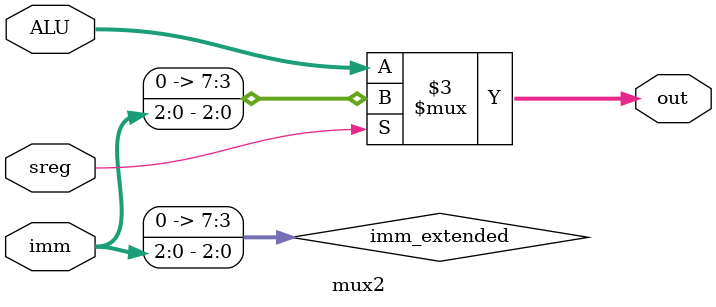
<source format=sv>
`timescale 1ns / 1ps

//module ALU(input [7:0]A,B,input s,output reg [7:0] out,output reg cout,zero);

module mux2 (
    input [7:0] ALU,          // ALU output
    input [2:0] imm,          // 3-bit immediate value
    input sreg,               // Selector for output
    output reg [7:0] out      // Selected output
);

    // Internal signal for zero-extended immediate value
    wire [7:0] imm_extended;

    // Perform zero-extension
    assign imm_extended = {5'b00000, imm};

    always @(*) begin
        if (sreg)
            out = imm_extended; // Select zero-extended immediate value
        else
            out = ALU;          // Select ALU output
    end
endmodule

</source>
